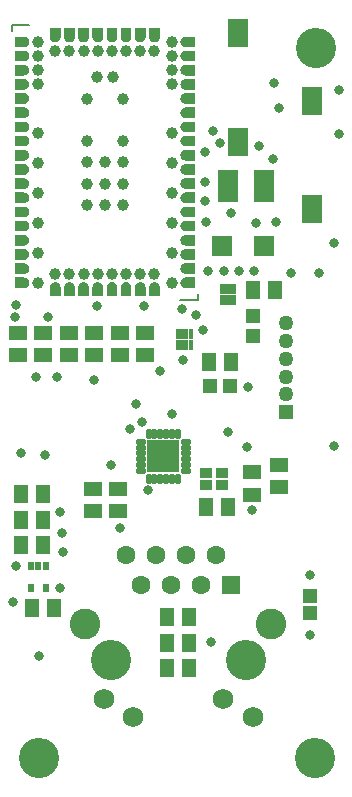
<source format=gts>
G04*
G04 #@! TF.GenerationSoftware,Altium Limited,Altium Designer,20.0.10 (225)*
G04*
G04 Layer_Color=8388736*
%FSLAX25Y25*%
%MOIN*%
G70*
G01*
G75*
%ADD10C,0.00787*%
%ADD17R,0.04737X0.05131*%
%ADD18R,0.05131X0.04737*%
%ADD19R,0.04800X0.06300*%
%ADD20R,0.06300X0.04800*%
%ADD21R,0.10642X0.10642*%
G04:AMPARAMS|DCode=22|XSize=35.95mil|YSize=18.63mil|CornerRadius=7.72mil|HoleSize=0mil|Usage=FLASHONLY|Rotation=0.000|XOffset=0mil|YOffset=0mil|HoleType=Round|Shape=RoundedRectangle|*
%AMROUNDEDRECTD22*
21,1,0.03595,0.00319,0,0,0.0*
21,1,0.02051,0.01863,0,0,0.0*
1,1,0.01544,0.01026,-0.00160*
1,1,0.01544,-0.01026,-0.00160*
1,1,0.01544,-0.01026,0.00160*
1,1,0.01544,0.01026,0.00160*
%
%ADD22ROUNDEDRECTD22*%
G04:AMPARAMS|DCode=23|XSize=35.95mil|YSize=18.63mil|CornerRadius=7.72mil|HoleSize=0mil|Usage=FLASHONLY|Rotation=90.000|XOffset=0mil|YOffset=0mil|HoleType=Round|Shape=RoundedRectangle|*
%AMROUNDEDRECTD23*
21,1,0.03595,0.00319,0,0,90.0*
21,1,0.02051,0.01863,0,0,90.0*
1,1,0.01544,0.00160,0.01026*
1,1,0.01544,0.00160,-0.01026*
1,1,0.01544,-0.00160,-0.01026*
1,1,0.01544,-0.00160,0.01026*
%
%ADD23ROUNDEDRECTD23*%
%ADD24R,0.04619X0.04737*%
%ADD25R,0.01548X0.03595*%
%ADD26R,0.01548X0.03832*%
%ADD27C,0.03950*%
%ADD28R,0.06706X0.06706*%
%ADD29R,0.07099X0.09422*%
%ADD30R,0.06706X0.11036*%
%ADD31R,0.02375X0.03162*%
%ADD32R,0.04147X0.03753*%
%ADD33R,0.05000X0.05000*%
%ADD34C,0.05000*%
%ADD35C,0.13398*%
%ADD36C,0.06824*%
%ADD37C,0.10249*%
%ADD38C,0.06304*%
%ADD39R,0.06304X0.06304*%
%ADD40C,0.03200*%
G36*
X8119Y177871D02*
X8212Y177864D01*
X8304Y177851D01*
X8395Y177835D01*
X8485Y177813D01*
X8574Y177787D01*
X8662Y177756D01*
X8747Y177720D01*
X8831Y177680D01*
X8912Y177636D01*
X8991Y177587D01*
X9068Y177535D01*
X9142Y177479D01*
X9212Y177418D01*
X9279Y177354D01*
X9343Y177287D01*
X9403Y177217D01*
X9460Y177143D01*
X9512Y177067D01*
X9561Y176988D01*
X9605Y176906D01*
X9645Y176822D01*
X9680Y176736D01*
X9712Y176649D01*
X9738Y176560D01*
X9759Y176470D01*
X9776Y176379D01*
X9788Y176287D01*
X9796Y176194D01*
X9798Y176102D01*
X9796Y176009D01*
X9788Y175916D01*
X9776Y175824D01*
X9759Y175733D01*
X9738Y175643D01*
X9712Y175554D01*
X9680Y175467D01*
X9645Y175381D01*
X9605Y175297D01*
X9561Y175216D01*
X9512Y175137D01*
X9460Y175060D01*
X9403Y174987D01*
X9343Y174916D01*
X9279Y174849D01*
X9212Y174785D01*
X9142Y174725D01*
X9068Y174668D01*
X8991Y174616D01*
X8912Y174567D01*
X8831Y174523D01*
X8747Y174483D01*
X8662Y174448D01*
X8574Y174417D01*
X8485Y174390D01*
X8395Y174369D01*
X8304Y174352D01*
X8212Y174340D01*
X8119Y174332D01*
X8027Y174330D01*
X5074D01*
Y177873D01*
X8027D01*
X8119Y177871D01*
D02*
G37*
G36*
Y173146D02*
X8212Y173139D01*
X8304Y173127D01*
X8395Y173110D01*
X8485Y173089D01*
X8574Y173062D01*
X8662Y173031D01*
X8747Y172996D01*
X8831Y172956D01*
X8912Y172912D01*
X8991Y172863D01*
X9068Y172810D01*
X9142Y172754D01*
X9212Y172694D01*
X9279Y172630D01*
X9343Y172563D01*
X9403Y172492D01*
X9460Y172419D01*
X9512Y172342D01*
X9561Y172263D01*
X9605Y172181D01*
X9645Y172098D01*
X9680Y172012D01*
X9712Y171925D01*
X9738Y171836D01*
X9759Y171746D01*
X9776Y171654D01*
X9788Y171562D01*
X9796Y171470D01*
X9798Y171377D01*
X9796Y171284D01*
X9788Y171192D01*
X9776Y171100D01*
X9759Y171009D01*
X9738Y170919D01*
X9712Y170830D01*
X9680Y170742D01*
X9645Y170657D01*
X9605Y170573D01*
X9561Y170491D01*
X9512Y170412D01*
X9460Y170336D01*
X9403Y170262D01*
X9343Y170192D01*
X9279Y170124D01*
X9212Y170061D01*
X9142Y170000D01*
X9068Y169944D01*
X8991Y169891D01*
X8912Y169843D01*
X8831Y169799D01*
X8747Y169759D01*
X8662Y169723D01*
X8574Y169692D01*
X8485Y169666D01*
X8395Y169644D01*
X8304Y169627D01*
X8212Y169615D01*
X8119Y169608D01*
X8027Y169606D01*
X5074D01*
Y173149D01*
X8027D01*
X8119Y173146D01*
D02*
G37*
G36*
X18552Y171572D02*
X18645Y171564D01*
X18737Y171552D01*
X18828Y171535D01*
X18918Y171514D01*
X19007Y171487D01*
X19094Y171456D01*
X19180Y171421D01*
X19264Y171381D01*
X19345Y171337D01*
X19424Y171288D01*
X19501Y171236D01*
X19575Y171179D01*
X19645Y171119D01*
X19712Y171055D01*
X19776Y170988D01*
X19836Y170917D01*
X19893Y170844D01*
X19945Y170767D01*
X19994Y170688D01*
X20038Y170607D01*
X20078Y170523D01*
X20114Y170437D01*
X20145Y170350D01*
X20171Y170261D01*
X20193Y170171D01*
X20210Y170080D01*
X20222Y169988D01*
X20229Y169895D01*
X20231Y169802D01*
Y166850D01*
X16688D01*
Y169802D01*
X16690Y169895D01*
X16698Y169988D01*
X16710Y170080D01*
X16727Y170171D01*
X16748Y170261D01*
X16775Y170350D01*
X16806Y170437D01*
X16841Y170523D01*
X16881Y170607D01*
X16925Y170688D01*
X16974Y170767D01*
X17026Y170844D01*
X17083Y170917D01*
X17143Y170988D01*
X17207Y171055D01*
X17274Y171119D01*
X17345Y171179D01*
X17418Y171236D01*
X17495Y171288D01*
X17574Y171337D01*
X17655Y171381D01*
X17739Y171421D01*
X17825Y171456D01*
X17912Y171487D01*
X18001Y171514D01*
X18091Y171535D01*
X18182Y171552D01*
X18274Y171564D01*
X18367Y171572D01*
X18460Y171574D01*
X18552Y171572D01*
D02*
G37*
G36*
X21415Y169895D02*
X21422Y169988D01*
X21434Y170080D01*
X21451Y170171D01*
X21473Y170261D01*
X21499Y170350D01*
X21530Y170437D01*
X21565Y170523D01*
X21606Y170607D01*
X21650Y170688D01*
X21698Y170767D01*
X21751Y170844D01*
X21807Y170917D01*
X21867Y170988D01*
X21931Y171055D01*
X21999Y171119D01*
X22069Y171179D01*
X22143Y171236D01*
X22219Y171288D01*
X22298Y171337D01*
X22380Y171381D01*
X22463Y171421D01*
X22549Y171456D01*
X22637Y171487D01*
X22726Y171514D01*
X22816Y171535D01*
X22907Y171552D01*
X22999Y171564D01*
X23091Y171572D01*
X23184Y171574D01*
X23277Y171572D01*
X23369Y171564D01*
X23461Y171552D01*
X23552Y171535D01*
X23643Y171514D01*
X23731Y171487D01*
X23819Y171456D01*
X23905Y171421D01*
X23988Y171381D01*
X24070Y171337D01*
X24149Y171288D01*
X24225Y171236D01*
X24299Y171179D01*
X24370Y171119D01*
X24437Y171055D01*
X24501Y170988D01*
X24561Y170917D01*
X24617Y170844D01*
X24670Y170767D01*
X24718Y170688D01*
X24763Y170607D01*
X24803Y170523D01*
X24838Y170437D01*
X24869Y170350D01*
X24895Y170261D01*
X24917Y170171D01*
X24934Y170080D01*
X24946Y169988D01*
X24953Y169895D01*
X24956Y169802D01*
Y166850D01*
X21412D01*
Y169802D01*
X21415Y169895D01*
D02*
G37*
G36*
X26139D02*
X26147Y169988D01*
X26159Y170080D01*
X26175Y170171D01*
X26197Y170261D01*
X26223Y170350D01*
X26254Y170437D01*
X26290Y170523D01*
X26330Y170607D01*
X26374Y170688D01*
X26423Y170767D01*
X26475Y170844D01*
X26532Y170917D01*
X26592Y170988D01*
X26656Y171055D01*
X26723Y171119D01*
X26794Y171179D01*
X26867Y171236D01*
X26943Y171288D01*
X27023Y171337D01*
X27104Y171381D01*
X27188Y171421D01*
X27273Y171456D01*
X27361Y171487D01*
X27450Y171514D01*
X27540Y171535D01*
X27631Y171552D01*
X27723Y171564D01*
X27816Y171572D01*
X27908Y171574D01*
X28001Y171572D01*
X28094Y171564D01*
X28186Y171552D01*
X28277Y171535D01*
X28367Y171514D01*
X28456Y171487D01*
X28543Y171456D01*
X28629Y171421D01*
X28713Y171381D01*
X28794Y171337D01*
X28873Y171288D01*
X28950Y171236D01*
X29023Y171179D01*
X29094Y171119D01*
X29161Y171055D01*
X29225Y170988D01*
X29285Y170917D01*
X29342Y170844D01*
X29394Y170767D01*
X29443Y170688D01*
X29487Y170607D01*
X29527Y170523D01*
X29562Y170437D01*
X29593Y170350D01*
X29620Y170261D01*
X29641Y170171D01*
X29658Y170080D01*
X29670Y169988D01*
X29678Y169895D01*
X29680Y169802D01*
Y166850D01*
X26137D01*
Y169802D01*
X26139Y169895D01*
D02*
G37*
G36*
X30864D02*
X30871Y169988D01*
X30883Y170080D01*
X30900Y170171D01*
X30922Y170261D01*
X30948Y170350D01*
X30979Y170437D01*
X31014Y170523D01*
X31054Y170607D01*
X31099Y170688D01*
X31147Y170767D01*
X31199Y170844D01*
X31256Y170917D01*
X31316Y170988D01*
X31380Y171055D01*
X31447Y171119D01*
X31518Y171179D01*
X31591Y171236D01*
X31668Y171288D01*
X31747Y171337D01*
X31828Y171381D01*
X31912Y171421D01*
X31998Y171456D01*
X32085Y171487D01*
X32174Y171514D01*
X32265Y171535D01*
X32356Y171552D01*
X32448Y171564D01*
X32540Y171572D01*
X32633Y171574D01*
X32726Y171572D01*
X32818Y171564D01*
X32910Y171552D01*
X33001Y171535D01*
X33091Y171514D01*
X33180Y171487D01*
X33268Y171456D01*
X33353Y171421D01*
X33437Y171381D01*
X33519Y171337D01*
X33598Y171288D01*
X33674Y171236D01*
X33748Y171179D01*
X33818Y171119D01*
X33886Y171055D01*
X33949Y170988D01*
X34010Y170917D01*
X34066Y170844D01*
X34119Y170767D01*
X34167Y170688D01*
X34211Y170607D01*
X34251Y170523D01*
X34287Y170437D01*
X34318Y170350D01*
X34344Y170261D01*
X34366Y170171D01*
X34383Y170080D01*
X34395Y169988D01*
X34402Y169895D01*
X34405Y169802D01*
Y166850D01*
X30861D01*
Y169802D01*
X30864Y169895D01*
D02*
G37*
G36*
X8027Y182598D02*
X8119Y182595D01*
X8212Y182588D01*
X8304Y182576D01*
X8395Y182559D01*
X8485Y182537D01*
X8574Y182511D01*
X8662Y182480D01*
X8747Y182445D01*
X8831Y182405D01*
X8912Y182360D01*
X8991Y182312D01*
X9068Y182259D01*
X9142Y182203D01*
X9212Y182143D01*
X9279Y182079D01*
X9343Y182011D01*
X9403Y181941D01*
X9460Y181867D01*
X9512Y181791D01*
X9561Y181712D01*
X9605Y181630D01*
X9645Y181547D01*
X9680Y181461D01*
X9712Y181374D01*
X9738Y181285D01*
X9759Y181194D01*
X9776Y181103D01*
X9788Y181011D01*
X9796Y180919D01*
X9798Y180826D01*
X9796Y180733D01*
X9788Y180641D01*
X9776Y180549D01*
X9759Y180458D01*
X9738Y180368D01*
X9712Y180279D01*
X9680Y180191D01*
X9645Y180105D01*
X9605Y180022D01*
X9561Y179940D01*
X9512Y179861D01*
X9460Y179785D01*
X9403Y179711D01*
X9343Y179641D01*
X9279Y179573D01*
X9212Y179509D01*
X9142Y179449D01*
X9068Y179393D01*
X8991Y179340D01*
X8912Y179292D01*
X8831Y179247D01*
X8747Y179208D01*
X8662Y179172D01*
X8574Y179141D01*
X8485Y179115D01*
X8395Y179093D01*
X8304Y179076D01*
X8212Y179064D01*
X8119Y179057D01*
X8027Y179054D01*
X5074D01*
Y182598D01*
X8027D01*
D02*
G37*
G36*
Y187322D02*
X8119Y187320D01*
X8212Y187312D01*
X8304Y187300D01*
X8395Y187283D01*
X8485Y187262D01*
X8574Y187235D01*
X8662Y187204D01*
X8747Y187169D01*
X8831Y187129D01*
X8912Y187085D01*
X8991Y187036D01*
X9068Y186984D01*
X9142Y186927D01*
X9212Y186867D01*
X9279Y186803D01*
X9343Y186736D01*
X9403Y186665D01*
X9460Y186592D01*
X9512Y186515D01*
X9561Y186436D01*
X9605Y186355D01*
X9645Y186271D01*
X9680Y186185D01*
X9712Y186098D01*
X9738Y186009D01*
X9759Y185919D01*
X9776Y185828D01*
X9788Y185736D01*
X9796Y185643D01*
X9798Y185550D01*
X9796Y185458D01*
X9788Y185365D01*
X9776Y185273D01*
X9759Y185182D01*
X9738Y185092D01*
X9712Y185003D01*
X9680Y184915D01*
X9645Y184830D01*
X9605Y184746D01*
X9561Y184665D01*
X9512Y184585D01*
X9460Y184509D01*
X9403Y184435D01*
X9343Y184365D01*
X9279Y184298D01*
X9212Y184234D01*
X9142Y184174D01*
X9068Y184117D01*
X8991Y184065D01*
X8912Y184016D01*
X8831Y183972D01*
X8747Y183932D01*
X8662Y183897D01*
X8574Y183865D01*
X8485Y183839D01*
X8395Y183818D01*
X8304Y183801D01*
X8212Y183789D01*
X8119Y183781D01*
X8027Y183779D01*
X5074D01*
Y187322D01*
X8027D01*
D02*
G37*
G36*
Y192046D02*
X8119Y192044D01*
X8212Y192037D01*
X8304Y192025D01*
X8395Y192008D01*
X8485Y191986D01*
X8574Y191960D01*
X8662Y191929D01*
X8747Y191893D01*
X8831Y191853D01*
X8912Y191809D01*
X8991Y191761D01*
X9068Y191708D01*
X9142Y191652D01*
X9212Y191592D01*
X9279Y191528D01*
X9343Y191460D01*
X9403Y191390D01*
X9460Y191316D01*
X9512Y191240D01*
X9561Y191161D01*
X9605Y191079D01*
X9645Y190996D01*
X9680Y190910D01*
X9712Y190822D01*
X9738Y190733D01*
X9759Y190643D01*
X9776Y190552D01*
X9788Y190460D01*
X9796Y190368D01*
X9798Y190275D01*
X9796Y190182D01*
X9788Y190090D01*
X9776Y189998D01*
X9759Y189907D01*
X9738Y189816D01*
X9712Y189727D01*
X9680Y189640D01*
X9645Y189554D01*
X9605Y189471D01*
X9561Y189389D01*
X9512Y189310D01*
X9460Y189234D01*
X9403Y189160D01*
X9343Y189089D01*
X9279Y189022D01*
X9212Y188958D01*
X9142Y188898D01*
X9068Y188842D01*
X8991Y188789D01*
X8912Y188741D01*
X8831Y188696D01*
X8747Y188656D01*
X8662Y188621D01*
X8574Y188590D01*
X8485Y188564D01*
X8395Y188542D01*
X8304Y188525D01*
X8212Y188513D01*
X8119Y188506D01*
X8027Y188503D01*
X5074D01*
Y192046D01*
X8027D01*
D02*
G37*
G36*
Y196771D02*
X8119Y196768D01*
X8212Y196761D01*
X8304Y196749D01*
X8395Y196732D01*
X8485Y196711D01*
X8574Y196684D01*
X8662Y196653D01*
X8747Y196618D01*
X8831Y196578D01*
X8912Y196534D01*
X8991Y196485D01*
X9068Y196433D01*
X9142Y196376D01*
X9212Y196316D01*
X9279Y196252D01*
X9343Y196185D01*
X9403Y196114D01*
X9460Y196041D01*
X9512Y195964D01*
X9561Y195885D01*
X9605Y195804D01*
X9645Y195720D01*
X9680Y195634D01*
X9712Y195547D01*
X9738Y195458D01*
X9759Y195368D01*
X9776Y195276D01*
X9788Y195185D01*
X9796Y195092D01*
X9798Y194999D01*
X9796Y194906D01*
X9788Y194814D01*
X9776Y194722D01*
X9759Y194631D01*
X9738Y194541D01*
X9712Y194452D01*
X9680Y194364D01*
X9645Y194279D01*
X9605Y194195D01*
X9561Y194113D01*
X9512Y194034D01*
X9460Y193958D01*
X9403Y193884D01*
X9343Y193814D01*
X9279Y193746D01*
X9212Y193683D01*
X9142Y193622D01*
X9068Y193566D01*
X8991Y193513D01*
X8912Y193465D01*
X8831Y193421D01*
X8747Y193381D01*
X8662Y193345D01*
X8574Y193314D01*
X8485Y193288D01*
X8395Y193266D01*
X8304Y193249D01*
X8212Y193237D01*
X8119Y193230D01*
X8027Y193228D01*
X5074D01*
Y196771D01*
X8027D01*
D02*
G37*
G36*
Y201495D02*
X8119Y201493D01*
X8212Y201486D01*
X8304Y201473D01*
X8395Y201457D01*
X8485Y201435D01*
X8574Y201409D01*
X8662Y201378D01*
X8747Y201342D01*
X8831Y201302D01*
X8912Y201258D01*
X8991Y201209D01*
X9068Y201157D01*
X9142Y201100D01*
X9212Y201040D01*
X9279Y200976D01*
X9343Y200909D01*
X9403Y200839D01*
X9460Y200765D01*
X9512Y200689D01*
X9561Y200609D01*
X9605Y200528D01*
X9645Y200444D01*
X9680Y200359D01*
X9712Y200271D01*
X9738Y200182D01*
X9759Y200092D01*
X9776Y200001D01*
X9788Y199909D01*
X9796Y199816D01*
X9798Y199724D01*
X9796Y199631D01*
X9788Y199539D01*
X9776Y199446D01*
X9759Y199355D01*
X9738Y199265D01*
X9712Y199176D01*
X9680Y199089D01*
X9645Y199003D01*
X9605Y198919D01*
X9561Y198838D01*
X9512Y198759D01*
X9460Y198682D01*
X9403Y198609D01*
X9343Y198538D01*
X9279Y198471D01*
X9212Y198407D01*
X9142Y198347D01*
X9068Y198290D01*
X8991Y198238D01*
X8912Y198189D01*
X8831Y198145D01*
X8747Y198105D01*
X8662Y198070D01*
X8574Y198039D01*
X8485Y198012D01*
X8395Y197991D01*
X8304Y197974D01*
X8212Y197962D01*
X8119Y197954D01*
X8027Y197952D01*
X5074D01*
Y201495D01*
X8027D01*
D02*
G37*
G36*
Y206220D02*
X8119Y206217D01*
X8212Y206210D01*
X8304Y206198D01*
X8395Y206181D01*
X8485Y206159D01*
X8574Y206133D01*
X8662Y206102D01*
X8747Y206067D01*
X8831Y206027D01*
X8912Y205982D01*
X8991Y205934D01*
X9068Y205881D01*
X9142Y205825D01*
X9212Y205765D01*
X9279Y205701D01*
X9343Y205634D01*
X9403Y205563D01*
X9460Y205489D01*
X9512Y205413D01*
X9561Y205334D01*
X9605Y205252D01*
X9645Y205169D01*
X9680Y205083D01*
X9712Y204996D01*
X9738Y204907D01*
X9759Y204816D01*
X9776Y204725D01*
X9788Y204633D01*
X9796Y204541D01*
X9798Y204448D01*
X9796Y204355D01*
X9788Y204263D01*
X9776Y204171D01*
X9759Y204080D01*
X9738Y203990D01*
X9712Y203901D01*
X9680Y203813D01*
X9645Y203728D01*
X9605Y203644D01*
X9561Y203562D01*
X9512Y203483D01*
X9460Y203407D01*
X9403Y203333D01*
X9343Y203263D01*
X9279Y203195D01*
X9212Y203132D01*
X9142Y203071D01*
X9068Y203015D01*
X8991Y202962D01*
X8912Y202914D01*
X8831Y202870D01*
X8747Y202830D01*
X8662Y202794D01*
X8574Y202763D01*
X8485Y202737D01*
X8395Y202715D01*
X8304Y202698D01*
X8212Y202686D01*
X8119Y202679D01*
X8027Y202676D01*
X5074D01*
Y206220D01*
X8027D01*
D02*
G37*
G36*
Y210944D02*
X8119Y210942D01*
X8212Y210934D01*
X8304Y210922D01*
X8395Y210905D01*
X8485Y210884D01*
X8574Y210857D01*
X8662Y210826D01*
X8747Y210791D01*
X8831Y210751D01*
X8912Y210707D01*
X8991Y210658D01*
X9068Y210606D01*
X9142Y210549D01*
X9212Y210489D01*
X9279Y210425D01*
X9343Y210358D01*
X9403Y210287D01*
X9460Y210214D01*
X9512Y210137D01*
X9561Y210058D01*
X9605Y209977D01*
X9645Y209893D01*
X9680Y209807D01*
X9712Y209720D01*
X9738Y209631D01*
X9759Y209541D01*
X9776Y209450D01*
X9788Y209358D01*
X9796Y209265D01*
X9798Y209173D01*
X9796Y209080D01*
X9788Y208987D01*
X9776Y208895D01*
X9759Y208804D01*
X9738Y208714D01*
X9712Y208625D01*
X9680Y208538D01*
X9645Y208452D01*
X9605Y208368D01*
X9561Y208287D01*
X9512Y208208D01*
X9460Y208131D01*
X9403Y208058D01*
X9343Y207987D01*
X9279Y207920D01*
X9212Y207856D01*
X9142Y207796D01*
X9068Y207739D01*
X8991Y207687D01*
X8912Y207638D01*
X8831Y207594D01*
X8747Y207554D01*
X8662Y207519D01*
X8574Y207488D01*
X8485Y207461D01*
X8395Y207440D01*
X8304Y207423D01*
X8212Y207411D01*
X8119Y207403D01*
X8027Y207401D01*
X5074D01*
Y210944D01*
X8027D01*
D02*
G37*
G36*
X35588Y169895D02*
X35595Y169988D01*
X35607Y170080D01*
X35624Y170171D01*
X35646Y170261D01*
X35672Y170350D01*
X35703Y170437D01*
X35739Y170523D01*
X35779Y170607D01*
X35823Y170688D01*
X35871Y170767D01*
X35924Y170844D01*
X35980Y170917D01*
X36041Y170988D01*
X36105Y171055D01*
X36172Y171119D01*
X36242Y171179D01*
X36316Y171236D01*
X36392Y171288D01*
X36471Y171337D01*
X36553Y171381D01*
X36637Y171421D01*
X36722Y171456D01*
X36810Y171487D01*
X36899Y171514D01*
X36989Y171535D01*
X37080Y171552D01*
X37172Y171564D01*
X37264Y171572D01*
X37357Y171574D01*
X37450Y171572D01*
X37542Y171564D01*
X37634Y171552D01*
X37726Y171535D01*
X37816Y171514D01*
X37905Y171487D01*
X37992Y171456D01*
X38078Y171421D01*
X38162Y171381D01*
X38243Y171337D01*
X38322Y171288D01*
X38399Y171236D01*
X38472Y171179D01*
X38543Y171119D01*
X38610Y171055D01*
X38674Y170988D01*
X38734Y170917D01*
X38791Y170844D01*
X38843Y170767D01*
X38892Y170688D01*
X38936Y170607D01*
X38976Y170523D01*
X39011Y170437D01*
X39042Y170350D01*
X39068Y170261D01*
X39090Y170171D01*
X39107Y170080D01*
X39119Y169988D01*
X39127Y169895D01*
X39129Y169802D01*
Y166850D01*
X35586D01*
Y169802D01*
X35588Y169895D01*
D02*
G37*
G36*
X40312D02*
X40320Y169988D01*
X40332Y170080D01*
X40349Y170171D01*
X40370Y170261D01*
X40397Y170350D01*
X40428Y170437D01*
X40463Y170523D01*
X40503Y170607D01*
X40547Y170688D01*
X40596Y170767D01*
X40648Y170844D01*
X40705Y170917D01*
X40765Y170988D01*
X40829Y171055D01*
X40896Y171119D01*
X40967Y171179D01*
X41040Y171236D01*
X41117Y171288D01*
X41196Y171337D01*
X41277Y171381D01*
X41361Y171421D01*
X41447Y171456D01*
X41534Y171487D01*
X41623Y171514D01*
X41713Y171535D01*
X41805Y171552D01*
X41897Y171564D01*
X41989Y171572D01*
X42082Y171574D01*
X42174Y171572D01*
X42267Y171564D01*
X42359Y171552D01*
X42450Y171535D01*
X42540Y171514D01*
X42629Y171487D01*
X42717Y171456D01*
X42802Y171421D01*
X42886Y171381D01*
X42968Y171337D01*
X43047Y171288D01*
X43123Y171236D01*
X43197Y171179D01*
X43267Y171119D01*
X43334Y171055D01*
X43398Y170988D01*
X43459Y170917D01*
X43515Y170844D01*
X43567Y170767D01*
X43616Y170688D01*
X43660Y170607D01*
X43700Y170523D01*
X43736Y170437D01*
X43767Y170350D01*
X43793Y170261D01*
X43815Y170171D01*
X43832Y170080D01*
X43844Y169988D01*
X43851Y169895D01*
X43853Y169802D01*
Y166850D01*
X40310D01*
Y169802D01*
X40312Y169895D01*
D02*
G37*
G36*
X45037D02*
X45044Y169988D01*
X45056Y170080D01*
X45073Y170171D01*
X45095Y170261D01*
X45121Y170350D01*
X45152Y170437D01*
X45188Y170523D01*
X45228Y170607D01*
X45272Y170688D01*
X45320Y170767D01*
X45373Y170844D01*
X45429Y170917D01*
X45489Y170988D01*
X45553Y171055D01*
X45621Y171119D01*
X45691Y171179D01*
X45765Y171236D01*
X45841Y171288D01*
X45920Y171337D01*
X46002Y171381D01*
X46086Y171421D01*
X46171Y171456D01*
X46259Y171487D01*
X46347Y171514D01*
X46438Y171535D01*
X46529Y171552D01*
X46621Y171564D01*
X46713Y171572D01*
X46806Y171574D01*
X46899Y171572D01*
X46991Y171564D01*
X47083Y171552D01*
X47174Y171535D01*
X47265Y171514D01*
X47354Y171487D01*
X47441Y171456D01*
X47527Y171421D01*
X47610Y171381D01*
X47692Y171337D01*
X47771Y171288D01*
X47847Y171236D01*
X47921Y171179D01*
X47991Y171119D01*
X48059Y171055D01*
X48123Y170988D01*
X48183Y170917D01*
X48239Y170844D01*
X48292Y170767D01*
X48340Y170688D01*
X48385Y170607D01*
X48425Y170523D01*
X48460Y170437D01*
X48491Y170350D01*
X48517Y170261D01*
X48539Y170171D01*
X48556Y170080D01*
X48568Y169988D01*
X48575Y169895D01*
X48578Y169802D01*
Y166850D01*
X45034D01*
Y169802D01*
X45037Y169895D01*
D02*
G37*
G36*
X49761D02*
X49768Y169988D01*
X49781Y170080D01*
X49797Y170171D01*
X49819Y170261D01*
X49845Y170350D01*
X49876Y170437D01*
X49912Y170523D01*
X49952Y170607D01*
X49996Y170688D01*
X50045Y170767D01*
X50097Y170844D01*
X50154Y170917D01*
X50214Y170988D01*
X50278Y171055D01*
X50345Y171119D01*
X50416Y171179D01*
X50489Y171236D01*
X50566Y171288D01*
X50645Y171337D01*
X50726Y171381D01*
X50810Y171421D01*
X50896Y171456D01*
X50983Y171487D01*
X51072Y171514D01*
X51162Y171535D01*
X51253Y171552D01*
X51345Y171564D01*
X51438Y171572D01*
X51530Y171574D01*
X51623Y171572D01*
X51716Y171564D01*
X51808Y171552D01*
X51899Y171535D01*
X51989Y171514D01*
X52078Y171487D01*
X52165Y171456D01*
X52251Y171421D01*
X52335Y171381D01*
X52416Y171337D01*
X52495Y171288D01*
X52572Y171236D01*
X52645Y171179D01*
X52716Y171119D01*
X52783Y171055D01*
X52847Y170988D01*
X52907Y170917D01*
X52964Y170844D01*
X53016Y170767D01*
X53065Y170688D01*
X53109Y170607D01*
X53149Y170523D01*
X53184Y170437D01*
X53215Y170350D01*
X53242Y170261D01*
X53263Y170171D01*
X53280Y170080D01*
X53292Y169988D01*
X53300Y169895D01*
X53302Y169802D01*
Y166850D01*
X49759D01*
Y169802D01*
X49761Y169895D01*
D02*
G37*
G36*
X60194Y171470D02*
X60202Y171562D01*
X60214Y171654D01*
X60231Y171746D01*
X60252Y171836D01*
X60279Y171925D01*
X60310Y172012D01*
X60345Y172098D01*
X60385Y172181D01*
X60429Y172263D01*
X60478Y172342D01*
X60530Y172419D01*
X60587Y172492D01*
X60647Y172563D01*
X60711Y172630D01*
X60778Y172694D01*
X60849Y172754D01*
X60922Y172810D01*
X60999Y172863D01*
X61078Y172912D01*
X61159Y172956D01*
X61243Y172996D01*
X61329Y173031D01*
X61416Y173062D01*
X61505Y173089D01*
X61595Y173110D01*
X61686Y173127D01*
X61778Y173139D01*
X61871Y173146D01*
X61963Y173149D01*
X64916D01*
Y169606D01*
X61963D01*
X61871Y169608D01*
X61778Y169615D01*
X61686Y169627D01*
X61595Y169644D01*
X61505Y169666D01*
X61416Y169692D01*
X61329Y169723D01*
X61243Y169759D01*
X61159Y169799D01*
X61078Y169843D01*
X60999Y169891D01*
X60922Y169944D01*
X60849Y170000D01*
X60778Y170061D01*
X60711Y170124D01*
X60647Y170192D01*
X60587Y170262D01*
X60530Y170336D01*
X60478Y170412D01*
X60429Y170491D01*
X60385Y170573D01*
X60345Y170657D01*
X60310Y170742D01*
X60279Y170830D01*
X60252Y170919D01*
X60231Y171009D01*
X60214Y171100D01*
X60202Y171192D01*
X60194Y171284D01*
X60192Y171377D01*
X60194Y171470D01*
D02*
G37*
G36*
Y176194D02*
X60202Y176287D01*
X60214Y176379D01*
X60231Y176470D01*
X60252Y176560D01*
X60279Y176649D01*
X60310Y176736D01*
X60345Y176822D01*
X60385Y176906D01*
X60429Y176988D01*
X60478Y177067D01*
X60530Y177143D01*
X60587Y177217D01*
X60647Y177287D01*
X60711Y177354D01*
X60778Y177418D01*
X60849Y177479D01*
X60922Y177535D01*
X60999Y177587D01*
X61078Y177636D01*
X61159Y177680D01*
X61243Y177720D01*
X61329Y177756D01*
X61416Y177787D01*
X61505Y177813D01*
X61595Y177835D01*
X61686Y177851D01*
X61778Y177864D01*
X61871Y177871D01*
X61963Y177873D01*
X64916D01*
Y174330D01*
X61963D01*
X61871Y174332D01*
X61778Y174340D01*
X61686Y174352D01*
X61595Y174369D01*
X61505Y174390D01*
X61416Y174417D01*
X61329Y174448D01*
X61243Y174483D01*
X61159Y174523D01*
X61078Y174567D01*
X60999Y174616D01*
X60922Y174668D01*
X60849Y174725D01*
X60778Y174785D01*
X60711Y174849D01*
X60647Y174916D01*
X60587Y174987D01*
X60530Y175060D01*
X60478Y175137D01*
X60429Y175216D01*
X60385Y175297D01*
X60345Y175381D01*
X60310Y175467D01*
X60279Y175554D01*
X60252Y175643D01*
X60231Y175733D01*
X60214Y175824D01*
X60202Y175916D01*
X60194Y176009D01*
X60192Y176102D01*
X60194Y176194D01*
D02*
G37*
G36*
Y180919D02*
X60202Y181011D01*
X60214Y181103D01*
X60231Y181194D01*
X60252Y181285D01*
X60279Y181374D01*
X60310Y181461D01*
X60345Y181547D01*
X60385Y181630D01*
X60429Y181712D01*
X60478Y181791D01*
X60530Y181867D01*
X60587Y181941D01*
X60647Y182011D01*
X60711Y182079D01*
X60778Y182143D01*
X60849Y182203D01*
X60922Y182259D01*
X60999Y182312D01*
X61078Y182360D01*
X61159Y182405D01*
X61243Y182445D01*
X61329Y182480D01*
X61416Y182511D01*
X61505Y182537D01*
X61595Y182559D01*
X61686Y182576D01*
X61778Y182588D01*
X61871Y182595D01*
X61963Y182598D01*
X64916D01*
Y179054D01*
X61963D01*
X61871Y179057D01*
X61778Y179064D01*
X61686Y179076D01*
X61595Y179093D01*
X61505Y179115D01*
X61416Y179141D01*
X61329Y179172D01*
X61243Y179208D01*
X61159Y179247D01*
X61078Y179292D01*
X60999Y179340D01*
X60922Y179393D01*
X60849Y179449D01*
X60778Y179509D01*
X60711Y179573D01*
X60647Y179641D01*
X60587Y179711D01*
X60530Y179785D01*
X60478Y179861D01*
X60429Y179940D01*
X60385Y180022D01*
X60345Y180105D01*
X60310Y180191D01*
X60279Y180279D01*
X60252Y180368D01*
X60231Y180458D01*
X60214Y180549D01*
X60202Y180641D01*
X60194Y180733D01*
X60192Y180826D01*
X60194Y180919D01*
D02*
G37*
G36*
Y185643D02*
X60202Y185736D01*
X60214Y185828D01*
X60231Y185919D01*
X60252Y186009D01*
X60279Y186098D01*
X60310Y186185D01*
X60345Y186271D01*
X60385Y186355D01*
X60429Y186436D01*
X60478Y186515D01*
X60530Y186592D01*
X60587Y186665D01*
X60647Y186736D01*
X60711Y186803D01*
X60778Y186867D01*
X60849Y186927D01*
X60922Y186984D01*
X60999Y187036D01*
X61078Y187085D01*
X61159Y187129D01*
X61243Y187169D01*
X61329Y187204D01*
X61416Y187235D01*
X61505Y187262D01*
X61595Y187283D01*
X61686Y187300D01*
X61778Y187312D01*
X61871Y187320D01*
X61963Y187322D01*
X64916D01*
Y183779D01*
X61963D01*
X61871Y183781D01*
X61778Y183789D01*
X61686Y183801D01*
X61595Y183818D01*
X61505Y183839D01*
X61416Y183865D01*
X61329Y183897D01*
X61243Y183932D01*
X61159Y183972D01*
X61078Y184016D01*
X60999Y184065D01*
X60922Y184117D01*
X60849Y184174D01*
X60778Y184234D01*
X60711Y184298D01*
X60647Y184365D01*
X60587Y184435D01*
X60530Y184509D01*
X60478Y184585D01*
X60429Y184665D01*
X60385Y184746D01*
X60345Y184830D01*
X60310Y184915D01*
X60279Y185003D01*
X60252Y185092D01*
X60231Y185182D01*
X60214Y185273D01*
X60202Y185365D01*
X60194Y185458D01*
X60192Y185550D01*
X60194Y185643D01*
D02*
G37*
G36*
Y190368D02*
X60202Y190460D01*
X60214Y190552D01*
X60231Y190643D01*
X60252Y190733D01*
X60279Y190822D01*
X60310Y190910D01*
X60345Y190996D01*
X60385Y191079D01*
X60429Y191161D01*
X60478Y191240D01*
X60530Y191316D01*
X60587Y191390D01*
X60647Y191460D01*
X60711Y191528D01*
X60778Y191592D01*
X60849Y191652D01*
X60922Y191708D01*
X60999Y191761D01*
X61078Y191809D01*
X61159Y191853D01*
X61243Y191893D01*
X61329Y191929D01*
X61416Y191960D01*
X61505Y191986D01*
X61595Y192008D01*
X61686Y192025D01*
X61778Y192037D01*
X61871Y192044D01*
X61963Y192046D01*
X64916D01*
Y188503D01*
X61963D01*
X61871Y188506D01*
X61778Y188513D01*
X61686Y188525D01*
X61595Y188542D01*
X61505Y188564D01*
X61416Y188590D01*
X61329Y188621D01*
X61243Y188656D01*
X61159Y188696D01*
X61078Y188741D01*
X60999Y188789D01*
X60922Y188842D01*
X60849Y188898D01*
X60778Y188958D01*
X60711Y189022D01*
X60647Y189089D01*
X60587Y189160D01*
X60530Y189234D01*
X60478Y189310D01*
X60429Y189389D01*
X60385Y189471D01*
X60345Y189554D01*
X60310Y189640D01*
X60279Y189727D01*
X60252Y189816D01*
X60231Y189907D01*
X60214Y189998D01*
X60202Y190090D01*
X60194Y190182D01*
X60192Y190275D01*
X60194Y190368D01*
D02*
G37*
G36*
Y195092D02*
X60202Y195185D01*
X60214Y195276D01*
X60231Y195368D01*
X60252Y195458D01*
X60279Y195547D01*
X60310Y195634D01*
X60345Y195720D01*
X60385Y195804D01*
X60429Y195885D01*
X60478Y195964D01*
X60530Y196041D01*
X60587Y196114D01*
X60647Y196185D01*
X60711Y196252D01*
X60778Y196316D01*
X60849Y196376D01*
X60922Y196433D01*
X60999Y196485D01*
X61078Y196534D01*
X61159Y196578D01*
X61243Y196618D01*
X61329Y196653D01*
X61416Y196684D01*
X61505Y196711D01*
X61595Y196732D01*
X61686Y196749D01*
X61778Y196761D01*
X61871Y196768D01*
X61963Y196771D01*
X64916D01*
Y193228D01*
X61963D01*
X61871Y193230D01*
X61778Y193237D01*
X61686Y193249D01*
X61595Y193266D01*
X61505Y193288D01*
X61416Y193314D01*
X61329Y193345D01*
X61243Y193381D01*
X61159Y193421D01*
X61078Y193465D01*
X60999Y193513D01*
X60922Y193566D01*
X60849Y193622D01*
X60778Y193683D01*
X60711Y193746D01*
X60647Y193814D01*
X60587Y193884D01*
X60530Y193958D01*
X60478Y194034D01*
X60429Y194113D01*
X60385Y194195D01*
X60345Y194279D01*
X60310Y194364D01*
X60279Y194452D01*
X60252Y194541D01*
X60231Y194631D01*
X60214Y194722D01*
X60202Y194814D01*
X60194Y194906D01*
X60192Y194999D01*
X60194Y195092D01*
D02*
G37*
G36*
Y199816D02*
X60202Y199909D01*
X60214Y200001D01*
X60231Y200092D01*
X60252Y200182D01*
X60279Y200271D01*
X60310Y200359D01*
X60345Y200444D01*
X60385Y200528D01*
X60429Y200609D01*
X60478Y200689D01*
X60530Y200765D01*
X60587Y200839D01*
X60647Y200909D01*
X60711Y200976D01*
X60778Y201040D01*
X60849Y201100D01*
X60922Y201157D01*
X60999Y201209D01*
X61078Y201258D01*
X61159Y201302D01*
X61243Y201342D01*
X61329Y201378D01*
X61416Y201409D01*
X61505Y201435D01*
X61595Y201457D01*
X61686Y201473D01*
X61778Y201486D01*
X61871Y201493D01*
X61963Y201495D01*
X64916D01*
Y197952D01*
X61963D01*
X61871Y197954D01*
X61778Y197962D01*
X61686Y197974D01*
X61595Y197991D01*
X61505Y198012D01*
X61416Y198039D01*
X61329Y198070D01*
X61243Y198105D01*
X61159Y198145D01*
X61078Y198189D01*
X60999Y198238D01*
X60922Y198290D01*
X60849Y198347D01*
X60778Y198407D01*
X60711Y198471D01*
X60647Y198538D01*
X60587Y198609D01*
X60530Y198682D01*
X60478Y198759D01*
X60429Y198838D01*
X60385Y198919D01*
X60345Y199003D01*
X60310Y199089D01*
X60279Y199176D01*
X60252Y199265D01*
X60231Y199355D01*
X60214Y199446D01*
X60202Y199539D01*
X60194Y199631D01*
X60192Y199724D01*
X60194Y199816D01*
D02*
G37*
G36*
Y204541D02*
X60202Y204633D01*
X60214Y204725D01*
X60231Y204816D01*
X60252Y204907D01*
X60279Y204996D01*
X60310Y205083D01*
X60345Y205169D01*
X60385Y205252D01*
X60429Y205334D01*
X60478Y205413D01*
X60530Y205489D01*
X60587Y205563D01*
X60647Y205634D01*
X60711Y205701D01*
X60778Y205765D01*
X60849Y205825D01*
X60922Y205881D01*
X60999Y205934D01*
X61078Y205982D01*
X61159Y206027D01*
X61243Y206067D01*
X61329Y206102D01*
X61416Y206133D01*
X61505Y206159D01*
X61595Y206181D01*
X61686Y206198D01*
X61778Y206210D01*
X61871Y206217D01*
X61963Y206220D01*
X64916D01*
Y202676D01*
X61963D01*
X61871Y202679D01*
X61778Y202686D01*
X61686Y202698D01*
X61595Y202715D01*
X61505Y202737D01*
X61416Y202763D01*
X61329Y202794D01*
X61243Y202830D01*
X61159Y202870D01*
X61078Y202914D01*
X60999Y202962D01*
X60922Y203015D01*
X60849Y203071D01*
X60778Y203132D01*
X60711Y203195D01*
X60647Y203263D01*
X60587Y203333D01*
X60530Y203407D01*
X60478Y203483D01*
X60429Y203562D01*
X60385Y203644D01*
X60345Y203728D01*
X60310Y203813D01*
X60279Y203901D01*
X60252Y203990D01*
X60231Y204080D01*
X60214Y204171D01*
X60202Y204263D01*
X60194Y204355D01*
X60192Y204448D01*
X60194Y204541D01*
D02*
G37*
G36*
Y209265D02*
X60202Y209358D01*
X60214Y209450D01*
X60231Y209541D01*
X60252Y209631D01*
X60279Y209720D01*
X60310Y209807D01*
X60345Y209893D01*
X60385Y209977D01*
X60429Y210058D01*
X60478Y210137D01*
X60530Y210214D01*
X60587Y210287D01*
X60647Y210358D01*
X60711Y210425D01*
X60778Y210489D01*
X60849Y210549D01*
X60922Y210606D01*
X60999Y210658D01*
X61078Y210707D01*
X61159Y210751D01*
X61243Y210791D01*
X61329Y210826D01*
X61416Y210857D01*
X61505Y210884D01*
X61595Y210905D01*
X61686Y210922D01*
X61778Y210934D01*
X61871Y210942D01*
X61963Y210944D01*
X64916D01*
Y207401D01*
X61963D01*
X61871Y207403D01*
X61778Y207411D01*
X61686Y207423D01*
X61595Y207440D01*
X61505Y207461D01*
X61416Y207488D01*
X61329Y207519D01*
X61243Y207554D01*
X61159Y207594D01*
X61078Y207638D01*
X60999Y207687D01*
X60922Y207739D01*
X60849Y207796D01*
X60778Y207856D01*
X60711Y207920D01*
X60647Y207987D01*
X60587Y208058D01*
X60530Y208131D01*
X60478Y208208D01*
X60429Y208287D01*
X60385Y208368D01*
X60345Y208452D01*
X60310Y208538D01*
X60279Y208625D01*
X60252Y208714D01*
X60231Y208804D01*
X60214Y208895D01*
X60202Y208987D01*
X60194Y209080D01*
X60192Y209173D01*
X60194Y209265D01*
D02*
G37*
G36*
X8027Y215669D02*
X8119Y215666D01*
X8212Y215659D01*
X8304Y215647D01*
X8395Y215630D01*
X8485Y215608D01*
X8574Y215582D01*
X8662Y215551D01*
X8747Y215515D01*
X8831Y215476D01*
X8912Y215431D01*
X8991Y215383D01*
X9068Y215330D01*
X9142Y215274D01*
X9212Y215213D01*
X9279Y215150D01*
X9343Y215082D01*
X9403Y215012D01*
X9460Y214938D01*
X9512Y214862D01*
X9561Y214783D01*
X9605Y214701D01*
X9645Y214617D01*
X9680Y214532D01*
X9712Y214444D01*
X9738Y214355D01*
X9759Y214265D01*
X9776Y214174D01*
X9788Y214082D01*
X9796Y213990D01*
X9798Y213897D01*
X9796Y213804D01*
X9788Y213712D01*
X9776Y213620D01*
X9759Y213529D01*
X9738Y213438D01*
X9712Y213349D01*
X9680Y213262D01*
X9645Y213176D01*
X9605Y213093D01*
X9561Y213011D01*
X9512Y212932D01*
X9460Y212856D01*
X9403Y212782D01*
X9343Y212711D01*
X9279Y212644D01*
X9212Y212580D01*
X9142Y212520D01*
X9068Y212464D01*
X8991Y212411D01*
X8912Y212363D01*
X8831Y212318D01*
X8747Y212278D01*
X8662Y212243D01*
X8574Y212212D01*
X8485Y212186D01*
X8395Y212164D01*
X8304Y212147D01*
X8212Y212135D01*
X8119Y212128D01*
X8027Y212125D01*
X5074D01*
Y215669D01*
X8027D01*
D02*
G37*
G36*
Y220393D02*
X8119Y220391D01*
X8212Y220383D01*
X8304Y220371D01*
X8395Y220354D01*
X8485Y220333D01*
X8574Y220306D01*
X8662Y220275D01*
X8747Y220240D01*
X8831Y220200D01*
X8912Y220156D01*
X8991Y220107D01*
X9068Y220055D01*
X9142Y219998D01*
X9212Y219938D01*
X9279Y219874D01*
X9343Y219807D01*
X9403Y219736D01*
X9460Y219663D01*
X9512Y219586D01*
X9561Y219507D01*
X9605Y219426D01*
X9645Y219342D01*
X9680Y219256D01*
X9712Y219169D01*
X9738Y219080D01*
X9759Y218990D01*
X9776Y218899D01*
X9788Y218807D01*
X9796Y218714D01*
X9798Y218621D01*
X9796Y218529D01*
X9788Y218436D01*
X9776Y218344D01*
X9759Y218253D01*
X9738Y218163D01*
X9712Y218074D01*
X9680Y217986D01*
X9645Y217901D01*
X9605Y217817D01*
X9561Y217736D01*
X9512Y217656D01*
X9460Y217580D01*
X9403Y217506D01*
X9343Y217436D01*
X9279Y217369D01*
X9212Y217305D01*
X9142Y217245D01*
X9068Y217188D01*
X8991Y217136D01*
X8912Y217087D01*
X8831Y217043D01*
X8747Y217003D01*
X8662Y216967D01*
X8574Y216936D01*
X8485Y216910D01*
X8395Y216888D01*
X8304Y216872D01*
X8212Y216859D01*
X8119Y216852D01*
X8027Y216850D01*
X5074D01*
Y220393D01*
X8027D01*
D02*
G37*
G36*
Y225117D02*
X8119Y225115D01*
X8212Y225108D01*
X8304Y225096D01*
X8395Y225079D01*
X8485Y225057D01*
X8574Y225031D01*
X8662Y225000D01*
X8747Y224964D01*
X8831Y224924D01*
X8912Y224880D01*
X8991Y224832D01*
X9068Y224779D01*
X9142Y224723D01*
X9212Y224662D01*
X9279Y224599D01*
X9343Y224531D01*
X9403Y224461D01*
X9460Y224387D01*
X9512Y224311D01*
X9561Y224232D01*
X9605Y224150D01*
X9645Y224066D01*
X9680Y223981D01*
X9712Y223893D01*
X9738Y223804D01*
X9759Y223714D01*
X9776Y223623D01*
X9788Y223531D01*
X9796Y223438D01*
X9798Y223346D01*
X9796Y223253D01*
X9788Y223161D01*
X9776Y223069D01*
X9759Y222977D01*
X9738Y222887D01*
X9712Y222798D01*
X9680Y222711D01*
X9645Y222625D01*
X9605Y222541D01*
X9561Y222460D01*
X9512Y222381D01*
X9460Y222304D01*
X9403Y222231D01*
X9343Y222160D01*
X9279Y222093D01*
X9212Y222029D01*
X9142Y221969D01*
X9068Y221912D01*
X8991Y221860D01*
X8912Y221811D01*
X8831Y221767D01*
X8747Y221727D01*
X8662Y221692D01*
X8574Y221661D01*
X8485Y221634D01*
X8395Y221613D01*
X8304Y221596D01*
X8212Y221584D01*
X8119Y221576D01*
X8027Y221574D01*
X5074D01*
Y225117D01*
X8027D01*
D02*
G37*
G36*
Y229842D02*
X8119Y229839D01*
X8212Y229832D01*
X8304Y229820D01*
X8395Y229803D01*
X8485Y229781D01*
X8574Y229755D01*
X8662Y229724D01*
X8747Y229689D01*
X8831Y229649D01*
X8912Y229604D01*
X8991Y229556D01*
X9068Y229503D01*
X9142Y229447D01*
X9212Y229387D01*
X9279Y229323D01*
X9343Y229256D01*
X9403Y229185D01*
X9460Y229112D01*
X9512Y229035D01*
X9561Y228956D01*
X9605Y228874D01*
X9645Y228791D01*
X9680Y228705D01*
X9712Y228618D01*
X9738Y228529D01*
X9759Y228438D01*
X9776Y228347D01*
X9788Y228255D01*
X9796Y228163D01*
X9798Y228070D01*
X9796Y227977D01*
X9788Y227885D01*
X9776Y227793D01*
X9759Y227702D01*
X9738Y227612D01*
X9712Y227523D01*
X9680Y227435D01*
X9645Y227349D01*
X9605Y227266D01*
X9561Y227184D01*
X9512Y227105D01*
X9460Y227029D01*
X9403Y226955D01*
X9343Y226885D01*
X9279Y226817D01*
X9212Y226753D01*
X9142Y226693D01*
X9068Y226637D01*
X8991Y226584D01*
X8912Y226536D01*
X8831Y226492D01*
X8747Y226452D01*
X8662Y226416D01*
X8574Y226385D01*
X8485Y226359D01*
X8395Y226337D01*
X8304Y226320D01*
X8212Y226308D01*
X8119Y226301D01*
X8027Y226298D01*
X5074D01*
Y229842D01*
X8027D01*
D02*
G37*
G36*
Y234566D02*
X8119Y234564D01*
X8212Y234557D01*
X8304Y234544D01*
X8395Y234527D01*
X8485Y234506D01*
X8574Y234479D01*
X8662Y234449D01*
X8747Y234413D01*
X8831Y234373D01*
X8912Y234329D01*
X8991Y234280D01*
X9068Y234228D01*
X9142Y234171D01*
X9212Y234111D01*
X9279Y234047D01*
X9343Y233980D01*
X9403Y233910D01*
X9460Y233836D01*
X9512Y233759D01*
X9561Y233680D01*
X9605Y233599D01*
X9645Y233515D01*
X9680Y233429D01*
X9712Y233342D01*
X9738Y233253D01*
X9759Y233163D01*
X9776Y233072D01*
X9788Y232980D01*
X9796Y232887D01*
X9798Y232794D01*
X9796Y232702D01*
X9788Y232609D01*
X9776Y232517D01*
X9759Y232426D01*
X9738Y232336D01*
X9712Y232247D01*
X9680Y232160D01*
X9645Y232074D01*
X9605Y231990D01*
X9561Y231909D01*
X9512Y231830D01*
X9460Y231753D01*
X9403Y231680D01*
X9343Y231609D01*
X9279Y231542D01*
X9212Y231478D01*
X9142Y231418D01*
X9068Y231361D01*
X8991Y231309D01*
X8912Y231260D01*
X8831Y231216D01*
X8747Y231176D01*
X8662Y231141D01*
X8574Y231110D01*
X8485Y231083D01*
X8395Y231062D01*
X8304Y231045D01*
X8212Y231033D01*
X8119Y231025D01*
X8027Y231023D01*
X5074D01*
Y234566D01*
X8027D01*
D02*
G37*
G36*
Y239291D02*
X8119Y239288D01*
X8212Y239281D01*
X8304Y239269D01*
X8395Y239252D01*
X8485Y239230D01*
X8574Y239204D01*
X8662Y239173D01*
X8747Y239137D01*
X8831Y239097D01*
X8912Y239053D01*
X8991Y239005D01*
X9068Y238952D01*
X9142Y238896D01*
X9212Y238836D01*
X9279Y238772D01*
X9343Y238704D01*
X9403Y238634D01*
X9460Y238560D01*
X9512Y238484D01*
X9561Y238405D01*
X9605Y238323D01*
X9645Y238240D01*
X9680Y238154D01*
X9712Y238066D01*
X9738Y237978D01*
X9759Y237887D01*
X9776Y237796D01*
X9788Y237704D01*
X9796Y237612D01*
X9798Y237519D01*
X9796Y237426D01*
X9788Y237334D01*
X9776Y237242D01*
X9759Y237151D01*
X9738Y237060D01*
X9712Y236971D01*
X9680Y236884D01*
X9645Y236798D01*
X9605Y236715D01*
X9561Y236633D01*
X9512Y236554D01*
X9460Y236478D01*
X9403Y236404D01*
X9343Y236333D01*
X9279Y236266D01*
X9212Y236202D01*
X9142Y236142D01*
X9068Y236086D01*
X8991Y236033D01*
X8912Y235985D01*
X8831Y235940D01*
X8747Y235900D01*
X8662Y235865D01*
X8574Y235834D01*
X8485Y235808D01*
X8395Y235786D01*
X8304Y235769D01*
X8212Y235757D01*
X8119Y235750D01*
X8027Y235747D01*
X5074D01*
Y239291D01*
X8027D01*
D02*
G37*
G36*
Y244015D02*
X8119Y244013D01*
X8212Y244005D01*
X8304Y243993D01*
X8395Y243976D01*
X8485Y243955D01*
X8574Y243928D01*
X8662Y243897D01*
X8747Y243862D01*
X8831Y243822D01*
X8912Y243778D01*
X8991Y243729D01*
X9068Y243677D01*
X9142Y243620D01*
X9212Y243560D01*
X9279Y243496D01*
X9343Y243429D01*
X9403Y243358D01*
X9460Y243285D01*
X9512Y243208D01*
X9561Y243129D01*
X9605Y243048D01*
X9645Y242964D01*
X9680Y242878D01*
X9712Y242791D01*
X9738Y242702D01*
X9759Y242612D01*
X9776Y242520D01*
X9788Y242428D01*
X9796Y242336D01*
X9798Y242243D01*
X9796Y242151D01*
X9788Y242058D01*
X9776Y241966D01*
X9759Y241875D01*
X9738Y241785D01*
X9712Y241696D01*
X9680Y241609D01*
X9645Y241523D01*
X9605Y241439D01*
X9561Y241357D01*
X9512Y241279D01*
X9460Y241202D01*
X9403Y241128D01*
X9343Y241058D01*
X9279Y240991D01*
X9212Y240927D01*
X9142Y240866D01*
X9068Y240810D01*
X8991Y240757D01*
X8912Y240709D01*
X8831Y240665D01*
X8747Y240625D01*
X8662Y240589D01*
X8574Y240558D01*
X8485Y240532D01*
X8395Y240510D01*
X8304Y240493D01*
X8212Y240481D01*
X8119Y240474D01*
X8027Y240472D01*
X5074D01*
Y244015D01*
X8027D01*
D02*
G37*
G36*
Y248739D02*
X8119Y248737D01*
X8212Y248730D01*
X8304Y248718D01*
X8395Y248701D01*
X8485Y248679D01*
X8574Y248653D01*
X8662Y248622D01*
X8747Y248586D01*
X8831Y248546D01*
X8912Y248502D01*
X8991Y248454D01*
X9068Y248401D01*
X9142Y248345D01*
X9212Y248284D01*
X9279Y248220D01*
X9343Y248153D01*
X9403Y248083D01*
X9460Y248009D01*
X9512Y247933D01*
X9561Y247854D01*
X9605Y247772D01*
X9645Y247688D01*
X9680Y247603D01*
X9712Y247515D01*
X9738Y247426D01*
X9759Y247336D01*
X9776Y247245D01*
X9788Y247153D01*
X9796Y247060D01*
X9798Y246968D01*
X9796Y246875D01*
X9788Y246783D01*
X9776Y246691D01*
X9759Y246599D01*
X9738Y246509D01*
X9712Y246420D01*
X9680Y246333D01*
X9645Y246247D01*
X9605Y246164D01*
X9561Y246082D01*
X9512Y246003D01*
X9460Y245926D01*
X9403Y245853D01*
X9343Y245782D01*
X9279Y245715D01*
X9212Y245651D01*
X9142Y245591D01*
X9068Y245534D01*
X8991Y245482D01*
X8912Y245433D01*
X8831Y245389D01*
X8747Y245349D01*
X8662Y245314D01*
X8574Y245283D01*
X8485Y245256D01*
X8395Y245235D01*
X8304Y245218D01*
X8212Y245206D01*
X8119Y245198D01*
X8027Y245196D01*
X5074D01*
Y248739D01*
X8027D01*
D02*
G37*
G36*
Y253464D02*
X8119Y253461D01*
X8212Y253454D01*
X8304Y253442D01*
X8395Y253425D01*
X8485Y253403D01*
X8574Y253377D01*
X8662Y253346D01*
X8747Y253311D01*
X8831Y253271D01*
X8912Y253226D01*
X8991Y253178D01*
X9068Y253126D01*
X9142Y253069D01*
X9212Y253009D01*
X9279Y252945D01*
X9343Y252878D01*
X9403Y252807D01*
X9460Y252733D01*
X9512Y252657D01*
X9561Y252578D01*
X9605Y252497D01*
X9645Y252413D01*
X9680Y252327D01*
X9712Y252240D01*
X9738Y252151D01*
X9759Y252061D01*
X9776Y251969D01*
X9788Y251877D01*
X9796Y251785D01*
X9798Y251692D01*
X9796Y251600D01*
X9788Y251507D01*
X9776Y251415D01*
X9759Y251324D01*
X9738Y251234D01*
X9712Y251145D01*
X9680Y251057D01*
X9645Y250972D01*
X9605Y250888D01*
X9561Y250806D01*
X9512Y250727D01*
X9460Y250651D01*
X9403Y250577D01*
X9343Y250507D01*
X9279Y250439D01*
X9212Y250376D01*
X9142Y250315D01*
X9068Y250259D01*
X8991Y250206D01*
X8912Y250158D01*
X8831Y250114D01*
X8747Y250074D01*
X8662Y250038D01*
X8574Y250007D01*
X8485Y249981D01*
X8395Y249959D01*
X8304Y249942D01*
X8212Y249930D01*
X8119Y249923D01*
X8027Y249921D01*
X5074D01*
Y253464D01*
X8027D01*
D02*
G37*
G36*
X20231Y256220D02*
Y253267D01*
X20229Y253174D01*
X20222Y253082D01*
X20210Y252990D01*
X20193Y252899D01*
X20171Y252808D01*
X20145Y252719D01*
X20114Y252632D01*
X20078Y252546D01*
X20038Y252463D01*
X19994Y252381D01*
X19945Y252302D01*
X19893Y252226D01*
X19836Y252152D01*
X19776Y252081D01*
X19712Y252014D01*
X19645Y251950D01*
X19575Y251890D01*
X19501Y251834D01*
X19424Y251781D01*
X19345Y251733D01*
X19264Y251688D01*
X19180Y251648D01*
X19094Y251613D01*
X19007Y251582D01*
X18918Y251556D01*
X18828Y251534D01*
X18737Y251517D01*
X18645Y251505D01*
X18552Y251498D01*
X18460Y251495D01*
X18367Y251498D01*
X18274Y251505D01*
X18182Y251517D01*
X18091Y251534D01*
X18001Y251556D01*
X17912Y251582D01*
X17825Y251613D01*
X17739Y251648D01*
X17655Y251688D01*
X17574Y251733D01*
X17495Y251781D01*
X17418Y251834D01*
X17345Y251890D01*
X17274Y251950D01*
X17207Y252014D01*
X17143Y252081D01*
X17083Y252152D01*
X17026Y252226D01*
X16974Y252302D01*
X16925Y252381D01*
X16881Y252463D01*
X16841Y252546D01*
X16806Y252632D01*
X16775Y252719D01*
X16748Y252808D01*
X16727Y252899D01*
X16710Y252990D01*
X16698Y253082D01*
X16690Y253174D01*
X16688Y253267D01*
Y256220D01*
X20231D01*
D02*
G37*
G36*
X24956D02*
Y253267D01*
X24953Y253174D01*
X24946Y253082D01*
X24934Y252990D01*
X24917Y252899D01*
X24895Y252808D01*
X24869Y252719D01*
X24838Y252632D01*
X24803Y252546D01*
X24763Y252463D01*
X24718Y252381D01*
X24670Y252302D01*
X24617Y252226D01*
X24561Y252152D01*
X24501Y252081D01*
X24437Y252014D01*
X24370Y251950D01*
X24299Y251890D01*
X24225Y251834D01*
X24149Y251781D01*
X24070Y251733D01*
X23988Y251688D01*
X23905Y251648D01*
X23819Y251613D01*
X23731Y251582D01*
X23643Y251556D01*
X23552Y251534D01*
X23461Y251517D01*
X23369Y251505D01*
X23277Y251498D01*
X23184Y251495D01*
X23091Y251498D01*
X22999Y251505D01*
X22907Y251517D01*
X22816Y251534D01*
X22726Y251556D01*
X22637Y251582D01*
X22549Y251613D01*
X22463Y251648D01*
X22380Y251688D01*
X22298Y251733D01*
X22219Y251781D01*
X22143Y251834D01*
X22069Y251890D01*
X21999Y251950D01*
X21931Y252014D01*
X21867Y252081D01*
X21807Y252152D01*
X21751Y252226D01*
X21698Y252302D01*
X21650Y252381D01*
X21606Y252463D01*
X21565Y252546D01*
X21530Y252632D01*
X21499Y252719D01*
X21473Y252808D01*
X21451Y252899D01*
X21434Y252990D01*
X21422Y253082D01*
X21415Y253174D01*
X21412Y253267D01*
Y256220D01*
X24956D01*
D02*
G37*
G36*
X29680D02*
Y253267D01*
X29678Y253174D01*
X29670Y253082D01*
X29658Y252990D01*
X29641Y252899D01*
X29620Y252808D01*
X29593Y252719D01*
X29562Y252632D01*
X29527Y252546D01*
X29487Y252463D01*
X29443Y252381D01*
X29394Y252302D01*
X29342Y252226D01*
X29285Y252152D01*
X29225Y252081D01*
X29161Y252014D01*
X29094Y251950D01*
X29023Y251890D01*
X28950Y251834D01*
X28873Y251781D01*
X28794Y251733D01*
X28713Y251688D01*
X28629Y251648D01*
X28543Y251613D01*
X28456Y251582D01*
X28367Y251556D01*
X28277Y251534D01*
X28186Y251517D01*
X28094Y251505D01*
X28001Y251498D01*
X27908Y251495D01*
X27816Y251498D01*
X27723Y251505D01*
X27631Y251517D01*
X27540Y251534D01*
X27450Y251556D01*
X27361Y251582D01*
X27273Y251613D01*
X27188Y251648D01*
X27104Y251688D01*
X27023Y251733D01*
X26943Y251781D01*
X26867Y251834D01*
X26794Y251890D01*
X26723Y251950D01*
X26656Y252014D01*
X26592Y252081D01*
X26532Y252152D01*
X26475Y252226D01*
X26423Y252302D01*
X26374Y252381D01*
X26330Y252463D01*
X26290Y252546D01*
X26254Y252632D01*
X26223Y252719D01*
X26197Y252808D01*
X26175Y252899D01*
X26159Y252990D01*
X26147Y253082D01*
X26139Y253174D01*
X26137Y253267D01*
Y256220D01*
X29680D01*
D02*
G37*
G36*
X34405D02*
Y253267D01*
X34402Y253174D01*
X34395Y253082D01*
X34383Y252990D01*
X34366Y252899D01*
X34344Y252808D01*
X34318Y252719D01*
X34287Y252632D01*
X34251Y252546D01*
X34211Y252463D01*
X34167Y252381D01*
X34119Y252302D01*
X34066Y252226D01*
X34010Y252152D01*
X33949Y252081D01*
X33886Y252014D01*
X33818Y251950D01*
X33748Y251890D01*
X33674Y251834D01*
X33598Y251781D01*
X33519Y251733D01*
X33437Y251688D01*
X33353Y251648D01*
X33268Y251613D01*
X33180Y251582D01*
X33091Y251556D01*
X33001Y251534D01*
X32910Y251517D01*
X32818Y251505D01*
X32726Y251498D01*
X32633Y251495D01*
X32540Y251498D01*
X32448Y251505D01*
X32356Y251517D01*
X32265Y251534D01*
X32174Y251556D01*
X32085Y251582D01*
X31998Y251613D01*
X31912Y251648D01*
X31828Y251688D01*
X31747Y251733D01*
X31668Y251781D01*
X31591Y251834D01*
X31518Y251890D01*
X31447Y251950D01*
X31380Y252014D01*
X31316Y252081D01*
X31256Y252152D01*
X31199Y252226D01*
X31147Y252302D01*
X31099Y252381D01*
X31054Y252463D01*
X31014Y252546D01*
X30979Y252632D01*
X30948Y252719D01*
X30922Y252808D01*
X30900Y252899D01*
X30883Y252990D01*
X30871Y253082D01*
X30864Y253174D01*
X30861Y253267D01*
Y256220D01*
X34405D01*
D02*
G37*
G36*
X60194Y213990D02*
X60202Y214082D01*
X60214Y214174D01*
X60231Y214265D01*
X60252Y214355D01*
X60279Y214444D01*
X60310Y214532D01*
X60345Y214617D01*
X60385Y214701D01*
X60429Y214783D01*
X60478Y214862D01*
X60530Y214938D01*
X60587Y215012D01*
X60647Y215082D01*
X60711Y215150D01*
X60778Y215213D01*
X60849Y215274D01*
X60922Y215330D01*
X60999Y215383D01*
X61078Y215431D01*
X61159Y215476D01*
X61243Y215515D01*
X61329Y215551D01*
X61416Y215582D01*
X61505Y215608D01*
X61595Y215630D01*
X61686Y215647D01*
X61778Y215659D01*
X61871Y215666D01*
X61963Y215669D01*
X64916D01*
Y212125D01*
X61963D01*
X61871Y212128D01*
X61778Y212135D01*
X61686Y212147D01*
X61595Y212164D01*
X61505Y212186D01*
X61416Y212212D01*
X61329Y212243D01*
X61243Y212278D01*
X61159Y212318D01*
X61078Y212363D01*
X60999Y212411D01*
X60922Y212464D01*
X60849Y212520D01*
X60778Y212580D01*
X60711Y212644D01*
X60647Y212711D01*
X60587Y212782D01*
X60530Y212856D01*
X60478Y212932D01*
X60429Y213011D01*
X60385Y213093D01*
X60345Y213176D01*
X60310Y213262D01*
X60279Y213349D01*
X60252Y213438D01*
X60231Y213529D01*
X60214Y213620D01*
X60202Y213712D01*
X60194Y213804D01*
X60192Y213897D01*
X60194Y213990D01*
D02*
G37*
G36*
Y218714D02*
X60202Y218807D01*
X60214Y218899D01*
X60231Y218990D01*
X60252Y219080D01*
X60279Y219169D01*
X60310Y219256D01*
X60345Y219342D01*
X60385Y219426D01*
X60429Y219507D01*
X60478Y219586D01*
X60530Y219663D01*
X60587Y219736D01*
X60647Y219807D01*
X60711Y219874D01*
X60778Y219938D01*
X60849Y219998D01*
X60922Y220055D01*
X60999Y220107D01*
X61078Y220156D01*
X61159Y220200D01*
X61243Y220240D01*
X61329Y220275D01*
X61416Y220306D01*
X61505Y220333D01*
X61595Y220354D01*
X61686Y220371D01*
X61778Y220383D01*
X61871Y220391D01*
X61963Y220393D01*
X64916D01*
Y216850D01*
X61963D01*
X61871Y216852D01*
X61778Y216859D01*
X61686Y216872D01*
X61595Y216888D01*
X61505Y216910D01*
X61416Y216936D01*
X61329Y216967D01*
X61243Y217003D01*
X61159Y217043D01*
X61078Y217087D01*
X60999Y217136D01*
X60922Y217188D01*
X60849Y217245D01*
X60778Y217305D01*
X60711Y217369D01*
X60647Y217436D01*
X60587Y217506D01*
X60530Y217580D01*
X60478Y217656D01*
X60429Y217736D01*
X60385Y217817D01*
X60345Y217901D01*
X60310Y217986D01*
X60279Y218074D01*
X60252Y218163D01*
X60231Y218253D01*
X60214Y218344D01*
X60202Y218436D01*
X60194Y218529D01*
X60192Y218621D01*
X60194Y218714D01*
D02*
G37*
G36*
Y223438D02*
X60202Y223531D01*
X60214Y223623D01*
X60231Y223714D01*
X60252Y223804D01*
X60279Y223893D01*
X60310Y223981D01*
X60345Y224066D01*
X60385Y224150D01*
X60429Y224232D01*
X60478Y224311D01*
X60530Y224387D01*
X60587Y224461D01*
X60647Y224531D01*
X60711Y224599D01*
X60778Y224662D01*
X60849Y224723D01*
X60922Y224779D01*
X60999Y224832D01*
X61078Y224880D01*
X61159Y224924D01*
X61243Y224964D01*
X61329Y225000D01*
X61416Y225031D01*
X61505Y225057D01*
X61595Y225079D01*
X61686Y225096D01*
X61778Y225108D01*
X61871Y225115D01*
X61963Y225117D01*
X64916D01*
Y221574D01*
X61963D01*
X61871Y221576D01*
X61778Y221584D01*
X61686Y221596D01*
X61595Y221613D01*
X61505Y221634D01*
X61416Y221661D01*
X61329Y221692D01*
X61243Y221727D01*
X61159Y221767D01*
X61078Y221811D01*
X60999Y221860D01*
X60922Y221912D01*
X60849Y221969D01*
X60778Y222029D01*
X60711Y222093D01*
X60647Y222160D01*
X60587Y222231D01*
X60530Y222304D01*
X60478Y222381D01*
X60429Y222460D01*
X60385Y222541D01*
X60345Y222625D01*
X60310Y222711D01*
X60279Y222798D01*
X60252Y222887D01*
X60231Y222977D01*
X60214Y223069D01*
X60202Y223161D01*
X60194Y223253D01*
X60192Y223346D01*
X60194Y223438D01*
D02*
G37*
G36*
Y228163D02*
X60202Y228255D01*
X60214Y228347D01*
X60231Y228438D01*
X60252Y228529D01*
X60279Y228618D01*
X60310Y228705D01*
X60345Y228791D01*
X60385Y228874D01*
X60429Y228956D01*
X60478Y229035D01*
X60530Y229112D01*
X60587Y229185D01*
X60647Y229256D01*
X60711Y229323D01*
X60778Y229387D01*
X60849Y229447D01*
X60922Y229503D01*
X60999Y229556D01*
X61078Y229604D01*
X61159Y229649D01*
X61243Y229689D01*
X61329Y229724D01*
X61416Y229755D01*
X61505Y229781D01*
X61595Y229803D01*
X61686Y229820D01*
X61778Y229832D01*
X61871Y229839D01*
X61963Y229842D01*
X64916D01*
Y226298D01*
X61963D01*
X61871Y226301D01*
X61778Y226308D01*
X61686Y226320D01*
X61595Y226337D01*
X61505Y226359D01*
X61416Y226385D01*
X61329Y226416D01*
X61243Y226452D01*
X61159Y226492D01*
X61078Y226536D01*
X60999Y226584D01*
X60922Y226637D01*
X60849Y226693D01*
X60778Y226753D01*
X60711Y226817D01*
X60647Y226885D01*
X60587Y226955D01*
X60530Y227029D01*
X60478Y227105D01*
X60429Y227184D01*
X60385Y227266D01*
X60345Y227349D01*
X60310Y227435D01*
X60279Y227523D01*
X60252Y227612D01*
X60231Y227702D01*
X60214Y227793D01*
X60202Y227885D01*
X60194Y227977D01*
X60192Y228070D01*
X60194Y228163D01*
D02*
G37*
G36*
Y232887D02*
X60202Y232980D01*
X60214Y233072D01*
X60231Y233163D01*
X60252Y233253D01*
X60279Y233342D01*
X60310Y233429D01*
X60345Y233515D01*
X60385Y233599D01*
X60429Y233680D01*
X60478Y233759D01*
X60530Y233836D01*
X60587Y233910D01*
X60647Y233980D01*
X60711Y234047D01*
X60778Y234111D01*
X60849Y234171D01*
X60922Y234228D01*
X60999Y234280D01*
X61078Y234329D01*
X61159Y234373D01*
X61243Y234413D01*
X61329Y234449D01*
X61416Y234479D01*
X61505Y234506D01*
X61595Y234527D01*
X61686Y234544D01*
X61778Y234557D01*
X61871Y234564D01*
X61963Y234566D01*
X64916D01*
Y231023D01*
X61963D01*
X61871Y231025D01*
X61778Y231033D01*
X61686Y231045D01*
X61595Y231062D01*
X61505Y231083D01*
X61416Y231110D01*
X61329Y231141D01*
X61243Y231176D01*
X61159Y231216D01*
X61078Y231260D01*
X60999Y231309D01*
X60922Y231361D01*
X60849Y231418D01*
X60778Y231478D01*
X60711Y231542D01*
X60647Y231609D01*
X60587Y231680D01*
X60530Y231753D01*
X60478Y231830D01*
X60429Y231909D01*
X60385Y231990D01*
X60345Y232074D01*
X60310Y232160D01*
X60279Y232247D01*
X60252Y232336D01*
X60231Y232426D01*
X60214Y232517D01*
X60202Y232609D01*
X60194Y232702D01*
X60192Y232794D01*
X60194Y232887D01*
D02*
G37*
G36*
Y237612D02*
X60202Y237704D01*
X60214Y237796D01*
X60231Y237887D01*
X60252Y237978D01*
X60279Y238066D01*
X60310Y238154D01*
X60345Y238240D01*
X60385Y238323D01*
X60429Y238405D01*
X60478Y238484D01*
X60530Y238560D01*
X60587Y238634D01*
X60647Y238704D01*
X60711Y238772D01*
X60778Y238836D01*
X60849Y238896D01*
X60922Y238952D01*
X60999Y239005D01*
X61078Y239053D01*
X61159Y239097D01*
X61243Y239137D01*
X61329Y239173D01*
X61416Y239204D01*
X61505Y239230D01*
X61595Y239252D01*
X61686Y239269D01*
X61778Y239281D01*
X61871Y239288D01*
X61963Y239291D01*
X64916D01*
Y235747D01*
X61963D01*
X61871Y235750D01*
X61778Y235757D01*
X61686Y235769D01*
X61595Y235786D01*
X61505Y235808D01*
X61416Y235834D01*
X61329Y235865D01*
X61243Y235900D01*
X61159Y235940D01*
X61078Y235985D01*
X60999Y236033D01*
X60922Y236086D01*
X60849Y236142D01*
X60778Y236202D01*
X60711Y236266D01*
X60647Y236333D01*
X60587Y236404D01*
X60530Y236478D01*
X60478Y236554D01*
X60429Y236633D01*
X60385Y236715D01*
X60345Y236798D01*
X60310Y236884D01*
X60279Y236971D01*
X60252Y237060D01*
X60231Y237151D01*
X60214Y237242D01*
X60202Y237334D01*
X60194Y237426D01*
X60192Y237519D01*
X60194Y237612D01*
D02*
G37*
G36*
Y242336D02*
X60202Y242428D01*
X60214Y242520D01*
X60231Y242612D01*
X60252Y242702D01*
X60279Y242791D01*
X60310Y242878D01*
X60345Y242964D01*
X60385Y243048D01*
X60429Y243129D01*
X60478Y243208D01*
X60530Y243285D01*
X60587Y243358D01*
X60647Y243429D01*
X60711Y243496D01*
X60778Y243560D01*
X60849Y243620D01*
X60922Y243677D01*
X60999Y243729D01*
X61078Y243778D01*
X61159Y243822D01*
X61243Y243862D01*
X61329Y243897D01*
X61416Y243928D01*
X61505Y243955D01*
X61595Y243976D01*
X61686Y243993D01*
X61778Y244005D01*
X61871Y244013D01*
X61963Y244015D01*
X64916D01*
Y240472D01*
X61963D01*
X61871Y240474D01*
X61778Y240481D01*
X61686Y240493D01*
X61595Y240510D01*
X61505Y240532D01*
X61416Y240558D01*
X61329Y240589D01*
X61243Y240625D01*
X61159Y240665D01*
X61078Y240709D01*
X60999Y240757D01*
X60922Y240810D01*
X60849Y240866D01*
X60778Y240927D01*
X60711Y240991D01*
X60647Y241058D01*
X60587Y241128D01*
X60530Y241202D01*
X60478Y241279D01*
X60429Y241357D01*
X60385Y241439D01*
X60345Y241523D01*
X60310Y241609D01*
X60279Y241696D01*
X60252Y241785D01*
X60231Y241875D01*
X60214Y241966D01*
X60202Y242058D01*
X60194Y242151D01*
X60192Y242243D01*
X60194Y242336D01*
D02*
G37*
G36*
X39129Y256220D02*
Y253267D01*
X39127Y253174D01*
X39119Y253082D01*
X39107Y252990D01*
X39090Y252899D01*
X39068Y252808D01*
X39042Y252719D01*
X39011Y252632D01*
X38976Y252546D01*
X38936Y252463D01*
X38892Y252381D01*
X38843Y252302D01*
X38791Y252226D01*
X38734Y252152D01*
X38674Y252081D01*
X38610Y252014D01*
X38543Y251950D01*
X38472Y251890D01*
X38399Y251834D01*
X38322Y251781D01*
X38243Y251733D01*
X38162Y251688D01*
X38078Y251648D01*
X37992Y251613D01*
X37905Y251582D01*
X37816Y251556D01*
X37726Y251534D01*
X37634Y251517D01*
X37542Y251505D01*
X37450Y251498D01*
X37357Y251495D01*
X37264Y251498D01*
X37172Y251505D01*
X37080Y251517D01*
X36989Y251534D01*
X36899Y251556D01*
X36810Y251582D01*
X36722Y251613D01*
X36637Y251648D01*
X36553Y251688D01*
X36471Y251733D01*
X36392Y251781D01*
X36316Y251834D01*
X36242Y251890D01*
X36172Y251950D01*
X36105Y252014D01*
X36041Y252081D01*
X35980Y252152D01*
X35924Y252226D01*
X35871Y252302D01*
X35823Y252381D01*
X35779Y252463D01*
X35739Y252546D01*
X35703Y252632D01*
X35672Y252719D01*
X35646Y252808D01*
X35624Y252899D01*
X35607Y252990D01*
X35595Y253082D01*
X35588Y253174D01*
X35586Y253267D01*
Y256220D01*
X39129D01*
D02*
G37*
G36*
X43853D02*
Y253267D01*
X43851Y253174D01*
X43844Y253082D01*
X43832Y252990D01*
X43815Y252899D01*
X43793Y252808D01*
X43767Y252719D01*
X43736Y252632D01*
X43700Y252546D01*
X43660Y252463D01*
X43616Y252381D01*
X43567Y252302D01*
X43515Y252226D01*
X43459Y252152D01*
X43398Y252081D01*
X43334Y252014D01*
X43267Y251950D01*
X43197Y251890D01*
X43123Y251834D01*
X43047Y251781D01*
X42968Y251733D01*
X42886Y251688D01*
X42802Y251648D01*
X42717Y251613D01*
X42629Y251582D01*
X42540Y251556D01*
X42450Y251534D01*
X42359Y251517D01*
X42267Y251505D01*
X42174Y251498D01*
X42082Y251495D01*
X41989Y251498D01*
X41897Y251505D01*
X41805Y251517D01*
X41713Y251534D01*
X41623Y251556D01*
X41534Y251582D01*
X41447Y251613D01*
X41361Y251648D01*
X41277Y251688D01*
X41196Y251733D01*
X41117Y251781D01*
X41040Y251834D01*
X40967Y251890D01*
X40896Y251950D01*
X40829Y252014D01*
X40765Y252081D01*
X40705Y252152D01*
X40648Y252226D01*
X40596Y252302D01*
X40547Y252381D01*
X40503Y252463D01*
X40463Y252546D01*
X40428Y252632D01*
X40397Y252719D01*
X40370Y252808D01*
X40349Y252899D01*
X40332Y252990D01*
X40320Y253082D01*
X40312Y253174D01*
X40310Y253267D01*
Y256220D01*
X43853D01*
D02*
G37*
G36*
X48578D02*
Y253267D01*
X48575Y253174D01*
X48568Y253082D01*
X48556Y252990D01*
X48539Y252899D01*
X48517Y252808D01*
X48491Y252719D01*
X48460Y252632D01*
X48425Y252546D01*
X48385Y252463D01*
X48340Y252381D01*
X48292Y252302D01*
X48239Y252226D01*
X48183Y252152D01*
X48123Y252081D01*
X48059Y252014D01*
X47991Y251950D01*
X47921Y251890D01*
X47847Y251834D01*
X47771Y251781D01*
X47692Y251733D01*
X47610Y251688D01*
X47527Y251648D01*
X47441Y251613D01*
X47354Y251582D01*
X47265Y251556D01*
X47174Y251534D01*
X47083Y251517D01*
X46991Y251505D01*
X46899Y251498D01*
X46806Y251495D01*
X46713Y251498D01*
X46621Y251505D01*
X46529Y251517D01*
X46438Y251534D01*
X46347Y251556D01*
X46259Y251582D01*
X46171Y251613D01*
X46086Y251648D01*
X46002Y251688D01*
X45920Y251733D01*
X45841Y251781D01*
X45765Y251834D01*
X45691Y251890D01*
X45621Y251950D01*
X45553Y252014D01*
X45489Y252081D01*
X45429Y252152D01*
X45373Y252226D01*
X45320Y252302D01*
X45272Y252381D01*
X45228Y252463D01*
X45188Y252546D01*
X45152Y252632D01*
X45121Y252719D01*
X45095Y252808D01*
X45073Y252899D01*
X45056Y252990D01*
X45044Y253082D01*
X45037Y253174D01*
X45034Y253267D01*
Y256220D01*
X48578D01*
D02*
G37*
G36*
X53302D02*
Y253267D01*
X53300Y253174D01*
X53292Y253082D01*
X53280Y252990D01*
X53263Y252899D01*
X53242Y252808D01*
X53215Y252719D01*
X53184Y252632D01*
X53149Y252546D01*
X53109Y252463D01*
X53065Y252381D01*
X53016Y252302D01*
X52964Y252226D01*
X52907Y252152D01*
X52847Y252081D01*
X52783Y252014D01*
X52716Y251950D01*
X52645Y251890D01*
X52572Y251834D01*
X52495Y251781D01*
X52416Y251733D01*
X52335Y251688D01*
X52251Y251648D01*
X52165Y251613D01*
X52078Y251582D01*
X51989Y251556D01*
X51899Y251534D01*
X51808Y251517D01*
X51716Y251505D01*
X51623Y251498D01*
X51530Y251495D01*
X51438Y251498D01*
X51345Y251505D01*
X51253Y251517D01*
X51162Y251534D01*
X51072Y251556D01*
X50983Y251582D01*
X50896Y251613D01*
X50810Y251648D01*
X50726Y251688D01*
X50645Y251733D01*
X50566Y251781D01*
X50489Y251834D01*
X50416Y251890D01*
X50345Y251950D01*
X50278Y252014D01*
X50214Y252081D01*
X50154Y252152D01*
X50097Y252226D01*
X50045Y252302D01*
X49996Y252381D01*
X49952Y252463D01*
X49912Y252546D01*
X49876Y252632D01*
X49845Y252719D01*
X49819Y252808D01*
X49797Y252899D01*
X49781Y252990D01*
X49768Y253082D01*
X49761Y253174D01*
X49759Y253267D01*
Y256220D01*
X53302D01*
D02*
G37*
G36*
X60194Y251785D02*
X60202Y251877D01*
X60214Y251969D01*
X60231Y252061D01*
X60252Y252151D01*
X60279Y252240D01*
X60310Y252327D01*
X60345Y252413D01*
X60385Y252497D01*
X60429Y252578D01*
X60478Y252657D01*
X60530Y252733D01*
X60587Y252807D01*
X60647Y252878D01*
X60711Y252945D01*
X60778Y253009D01*
X60849Y253069D01*
X60922Y253126D01*
X60999Y253178D01*
X61078Y253226D01*
X61159Y253271D01*
X61243Y253311D01*
X61329Y253346D01*
X61416Y253377D01*
X61505Y253403D01*
X61595Y253425D01*
X61686Y253442D01*
X61778Y253454D01*
X61871Y253461D01*
X61963Y253464D01*
X64916D01*
Y249921D01*
X61963D01*
X61871Y249923D01*
X61778Y249930D01*
X61686Y249942D01*
X61595Y249959D01*
X61505Y249981D01*
X61416Y250007D01*
X61329Y250038D01*
X61243Y250074D01*
X61159Y250114D01*
X61078Y250158D01*
X60999Y250206D01*
X60922Y250259D01*
X60849Y250315D01*
X60778Y250376D01*
X60711Y250439D01*
X60647Y250507D01*
X60587Y250577D01*
X60530Y250651D01*
X60478Y250727D01*
X60429Y250806D01*
X60385Y250888D01*
X60345Y250972D01*
X60310Y251057D01*
X60279Y251145D01*
X60252Y251234D01*
X60231Y251324D01*
X60214Y251415D01*
X60202Y251507D01*
X60194Y251600D01*
X60192Y251692D01*
X60194Y251785D01*
D02*
G37*
G36*
Y247060D02*
X60202Y247153D01*
X60214Y247245D01*
X60231Y247336D01*
X60252Y247426D01*
X60279Y247515D01*
X60310Y247603D01*
X60345Y247688D01*
X60385Y247772D01*
X60429Y247854D01*
X60478Y247933D01*
X60530Y248009D01*
X60587Y248083D01*
X60647Y248153D01*
X60711Y248220D01*
X60778Y248284D01*
X60849Y248345D01*
X60922Y248401D01*
X60999Y248454D01*
X61078Y248502D01*
X61159Y248546D01*
X61243Y248586D01*
X61329Y248622D01*
X61416Y248653D01*
X61505Y248679D01*
X61595Y248701D01*
X61686Y248718D01*
X61778Y248730D01*
X61871Y248737D01*
X61963Y248739D01*
X64916D01*
Y245196D01*
X61963D01*
X61871Y245198D01*
X61778Y245206D01*
X61686Y245218D01*
X61595Y245235D01*
X61505Y245256D01*
X61416Y245283D01*
X61329Y245314D01*
X61243Y245349D01*
X61159Y245389D01*
X61078Y245433D01*
X60999Y245482D01*
X60922Y245534D01*
X60849Y245591D01*
X60778Y245651D01*
X60711Y245715D01*
X60647Y245782D01*
X60587Y245853D01*
X60530Y245926D01*
X60478Y246003D01*
X60429Y246082D01*
X60385Y246164D01*
X60345Y246247D01*
X60310Y246333D01*
X60279Y246420D01*
X60252Y246509D01*
X60231Y246599D01*
X60214Y246691D01*
X60202Y246783D01*
X60194Y246875D01*
X60192Y246968D01*
X60194Y247060D01*
D02*
G37*
D10*
X3893Y255432D02*
Y257401D01*
X9798D01*
X66097Y165669D02*
Y167637D01*
X60192Y165669D02*
X66097D01*
D17*
X84500Y160346D02*
D03*
Y153654D02*
D03*
D18*
X70153Y137000D02*
D03*
X76846D02*
D03*
D19*
X84300Y169000D02*
D03*
X91700D02*
D03*
X77200Y145000D02*
D03*
X69800D02*
D03*
X63200Y51379D02*
D03*
X55800D02*
D03*
X6900Y84000D02*
D03*
X14300D02*
D03*
Y101000D02*
D03*
X6900D02*
D03*
X14300Y92446D02*
D03*
X6900D02*
D03*
X18200Y63000D02*
D03*
X10800D02*
D03*
X68800Y96500D02*
D03*
X76200D02*
D03*
X63200Y59879D02*
D03*
X55800D02*
D03*
Y42879D02*
D03*
X63200D02*
D03*
D20*
X84000Y100800D02*
D03*
Y108200D02*
D03*
X93000Y110700D02*
D03*
Y103300D02*
D03*
X39533Y95300D02*
D03*
Y102700D02*
D03*
X31032D02*
D03*
Y95300D02*
D03*
X40000Y154724D02*
D03*
Y147324D02*
D03*
X14500Y147363D02*
D03*
Y154763D02*
D03*
X48328Y154724D02*
D03*
Y147324D02*
D03*
X31500Y147300D02*
D03*
Y154700D02*
D03*
X23000Y147363D02*
D03*
Y154763D02*
D03*
X6000Y147363D02*
D03*
Y154763D02*
D03*
D21*
X54500Y113500D02*
D03*
D22*
X47020Y112516D02*
D03*
X61980Y110547D02*
D03*
Y108579D02*
D03*
X47020Y110547D02*
D03*
Y114484D02*
D03*
Y116453D02*
D03*
Y118421D02*
D03*
X61980D02*
D03*
Y112516D02*
D03*
X47020Y108579D02*
D03*
X61980Y116453D02*
D03*
Y114484D02*
D03*
D23*
X51547Y106020D02*
D03*
X49579D02*
D03*
X59421D02*
D03*
X57453D02*
D03*
X55484D02*
D03*
X53516D02*
D03*
X49579Y120980D02*
D03*
X51547D02*
D03*
X55484D02*
D03*
X59421D02*
D03*
X53516D02*
D03*
X57453D02*
D03*
D24*
X103500Y67000D02*
D03*
Y61213D02*
D03*
D25*
X63567Y150551D02*
D03*
X62189D02*
D03*
X60811D02*
D03*
X59433D02*
D03*
Y154449D02*
D03*
X60811D02*
D03*
X62189D02*
D03*
X78067Y165551D02*
D03*
X76689D02*
D03*
X75311D02*
D03*
X73933D02*
D03*
Y169449D02*
D03*
X75311D02*
D03*
X76689D02*
D03*
D26*
X63567Y154331D02*
D03*
X78067Y169331D02*
D03*
D27*
X18460Y248739D02*
D03*
X23184D02*
D03*
X27908D02*
D03*
X32633D02*
D03*
X37357D02*
D03*
X42082D02*
D03*
X46806D02*
D03*
X51530D02*
D03*
Y174330D02*
D03*
X46806D02*
D03*
X42082D02*
D03*
X37357D02*
D03*
X32633D02*
D03*
X27908D02*
D03*
X23184D02*
D03*
X18460D02*
D03*
X34995Y211535D02*
D03*
X37751Y239881D02*
D03*
X32239D02*
D03*
X41058Y232794D02*
D03*
X28932Y218621D02*
D03*
Y211535D02*
D03*
Y204448D02*
D03*
Y197362D02*
D03*
X41058Y218621D02*
D03*
Y211535D02*
D03*
Y204448D02*
D03*
Y197362D02*
D03*
X28932Y232794D02*
D03*
X34995Y204448D02*
D03*
Y197362D02*
D03*
X12554Y251692D02*
D03*
Y246968D02*
D03*
Y242243D02*
D03*
Y237519D02*
D03*
X57436Y251692D02*
D03*
Y246968D02*
D03*
Y242243D02*
D03*
Y237519D02*
D03*
X12554Y221338D02*
D03*
X57436D02*
D03*
Y211338D02*
D03*
Y201338D02*
D03*
Y191338D02*
D03*
Y181338D02*
D03*
Y171338D02*
D03*
X12554Y211338D02*
D03*
Y201338D02*
D03*
Y191338D02*
D03*
Y181338D02*
D03*
Y171338D02*
D03*
D28*
X74110Y183500D02*
D03*
X87890D02*
D03*
D29*
X104000Y195929D02*
D03*
Y232071D02*
D03*
X79500Y218429D02*
D03*
Y254571D02*
D03*
D30*
X76095Y203500D02*
D03*
X87906D02*
D03*
D31*
X10282Y69500D02*
D03*
X15400Y76980D02*
D03*
X12841D02*
D03*
X10282D02*
D03*
X15400Y69500D02*
D03*
D32*
X74158Y108067D02*
D03*
X68843D02*
D03*
Y103933D02*
D03*
X74158D02*
D03*
D33*
X95500Y128284D02*
D03*
D34*
Y151906D02*
D03*
Y157811D02*
D03*
Y140094D02*
D03*
Y134189D02*
D03*
Y146000D02*
D03*
D35*
X82000Y45791D02*
D03*
X37000D02*
D03*
X105500Y249500D02*
D03*
X13000Y13000D02*
D03*
X105000D02*
D03*
D36*
X34598Y32484D02*
D03*
X74500D02*
D03*
X44500Y26500D02*
D03*
X84402D02*
D03*
D37*
X90504Y57799D02*
D03*
X28496D02*
D03*
D38*
X42000Y80791D02*
D03*
X47000Y70791D02*
D03*
X52000Y80791D02*
D03*
X57000Y70791D02*
D03*
X62000Y80791D02*
D03*
X67000Y70791D02*
D03*
X72000Y80791D02*
D03*
D39*
X77000Y70791D02*
D03*
D40*
X40000Y89500D02*
D03*
X68843Y108067D02*
D03*
X97000Y174500D02*
D03*
X74565Y175194D02*
D03*
X69500D02*
D03*
X79629D02*
D03*
X84694D02*
D03*
X20000Y69500D02*
D03*
X21000Y81500D02*
D03*
X82226Y116726D02*
D03*
X67862Y155500D02*
D03*
X61000Y145500D02*
D03*
X106500Y174500D02*
D03*
X71000Y222000D02*
D03*
X82615Y136615D02*
D03*
X12000Y140000D02*
D03*
X43500Y122500D02*
D03*
X76000Y121500D02*
D03*
X84000Y95500D02*
D03*
X57226Y127774D02*
D03*
X53500Y142000D02*
D03*
X45500Y131000D02*
D03*
X7000Y114500D02*
D03*
X15000Y114000D02*
D03*
X47500Y125000D02*
D03*
X19000Y140000D02*
D03*
X31500Y139000D02*
D03*
X37000Y110779D02*
D03*
X20214Y95000D02*
D03*
X20617Y88117D02*
D03*
X57000Y115500D02*
D03*
X52000D02*
D03*
X57000Y111000D02*
D03*
X52000D02*
D03*
X49500Y102400D02*
D03*
X103500Y54000D02*
D03*
Y74000D02*
D03*
X111500Y117000D02*
D03*
X48000Y163500D02*
D03*
X60689Y162500D02*
D03*
X16000Y160000D02*
D03*
X68432Y205000D02*
D03*
X73500Y218000D02*
D03*
X5000Y160000D02*
D03*
X32500Y163500D02*
D03*
X77000Y194500D02*
D03*
X68432Y198500D02*
D03*
X5500Y164000D02*
D03*
X65500Y160500D02*
D03*
X92000Y191500D02*
D03*
X91000Y212500D02*
D03*
X13000Y47000D02*
D03*
X4500Y65000D02*
D03*
X5500Y77000D02*
D03*
X70500Y51500D02*
D03*
X113000Y235500D02*
D03*
X93000Y229500D02*
D03*
X91500Y238000D02*
D03*
X86500Y217000D02*
D03*
X85500Y191300D02*
D03*
X68500Y215000D02*
D03*
X111500Y184500D02*
D03*
X113000Y221000D02*
D03*
X68610Y191500D02*
D03*
M02*

</source>
